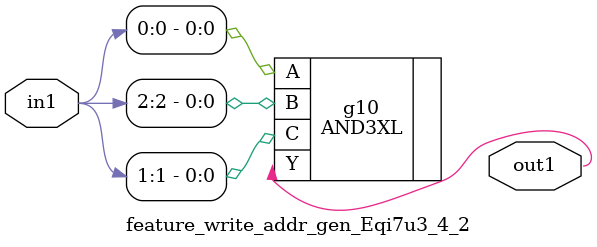
<source format=v>
`timescale 1ps / 1ps


module feature_write_addr_gen_Eqi7u3_4_2(in1, out1);
  input [2:0] in1;
  output out1;
  wire [2:0] in1;
  wire out1;
  AND3XL g10(.A (in1[0]), .B (in1[2]), .C (in1[1]), .Y (out1));
endmodule



</source>
